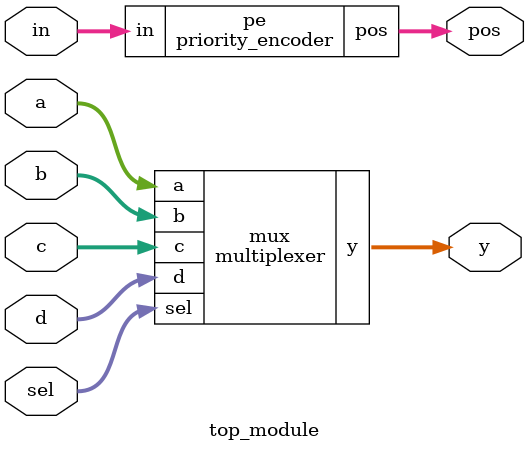
<source format=v>

module priority_encoder (
    input [7:0] in,
    output [2:0] pos
);

reg [2:0] pos_int;

always @* begin
    if (in[0]) pos_int = 0;
    else if (in[1]) pos_int = 1;
    else if (in[2]) pos_int = 2;
    else if (in[3]) pos_int = 3;
    else if (in[4]) pos_int = 4;
    else if (in[5]) pos_int = 5;
    else if (in[6]) pos_int = 6;
    else if (in[7]) pos_int = 7;
    else pos_int = 0;
end

assign pos = pos_int;

endmodule

module multiplexer (
    input [3:0] a, b, c, d,
    input [1:0] sel,
    output [3:0] y
);

wire [1:0] sel_inv;
assign sel_inv[0] = ~sel[0];
assign sel_inv[1] = ~sel[1];

wire [3:0] ab, cd;
assign ab = sel_inv[1] ? b : a;
assign cd = sel_inv[1] ? d : c;

wire [3:0] acd, bcd;
assign acd = sel_inv[0] ? ab : cd;
assign bcd = sel_inv[0] ? cd : ab;

assign y = sel[1] ? bcd : acd;

endmodule

module top_module (
    input [7:0] in,
    input [3:0] a, b, c, d,
    input [1:0] sel,
    output [2:0] pos,
    output [3:0] y
);

priority_encoder pe (
    .in(in),
    .pos(pos)
);

multiplexer mux (
    .a(a),
    .b(b),
    .c(c),
    .d(d),
    .sel(sel),
    .y(y)
);

endmodule

</source>
